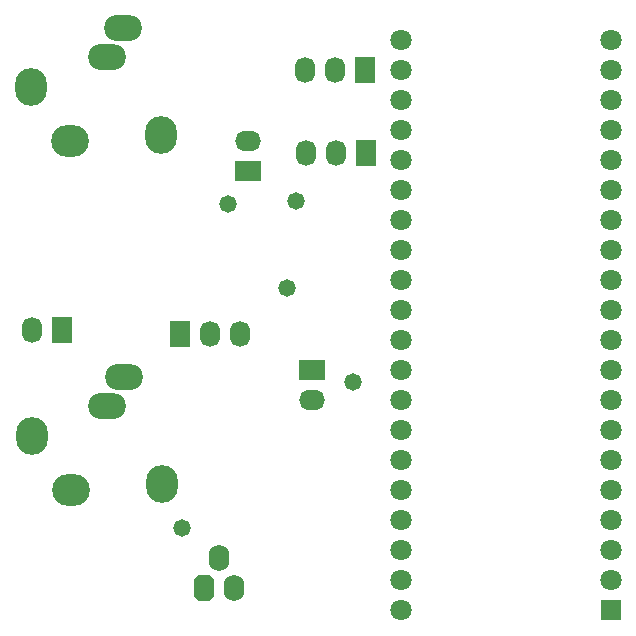
<source format=gbr>
%TF.GenerationSoftware,Altium Limited,Altium Designer,25.8.1 (18)*%
G04 Layer_Color=16711935*
%FSLAX45Y45*%
%MOMM*%
%TF.SameCoordinates,EFCC0B50-9DCE-48EA-B2C5-4199F32896F4*%
%TF.FilePolarity,Negative*%
%TF.FileFunction,Soldermask,Bot*%
%TF.Part,Single*%
G01*
G75*
%TA.AperFunction,ComponentPad*%
%ADD33R,2.20320X1.70320*%
%ADD34O,2.20320X1.70320*%
%ADD35C,1.80320*%
%ADD36R,1.80320X1.80320*%
%ADD37O,2.70320X3.20320*%
%ADD38O,1.70320X2.20320*%
%ADD39O,3.20320X2.70320*%
%ADD40O,3.20320X2.20320*%
%ADD41O,1.72720X2.23520*%
G04:AMPARAMS|DCode=42|XSize=1.7272mm|YSize=2.2352mm|CornerRadius=0mm|HoleSize=0mm|Usage=FLASHONLY|Rotation=0.000|XOffset=0mm|YOffset=0mm|HoleType=Round|Shape=Octagon|*
%AMOCTAGOND42*
4,1,8,-0.43180,1.11760,0.43180,1.11760,0.86360,0.68580,0.86360,-0.68580,0.43180,-1.11760,-0.43180,-1.11760,-0.86360,-0.68580,-0.86360,0.68580,-0.43180,1.11760,0.0*
%
%ADD42OCTAGOND42*%

%ADD43R,1.70320X2.20320*%
%TA.AperFunction,ViaPad*%
%ADD44C,1.47320*%
D33*
X5168900Y9639300D02*
D03*
X4622800Y11328400D02*
D03*
D34*
X5168900Y9385300D02*
D03*
X4622800Y11582400D02*
D03*
D35*
X5918200Y12433300D02*
D03*
Y12179300D02*
D03*
Y11671300D02*
D03*
Y11417300D02*
D03*
Y11163300D02*
D03*
Y10909300D02*
D03*
Y10401300D02*
D03*
Y10147300D02*
D03*
Y9893300D02*
D03*
Y9639300D02*
D03*
Y9131300D02*
D03*
Y8877300D02*
D03*
Y8623300D02*
D03*
Y8369300D02*
D03*
Y7861300D02*
D03*
X7696200Y12433300D02*
D03*
Y12179300D02*
D03*
Y11671300D02*
D03*
Y11417300D02*
D03*
Y11163300D02*
D03*
Y10909300D02*
D03*
Y10401300D02*
D03*
Y10147300D02*
D03*
Y9893300D02*
D03*
Y9639300D02*
D03*
Y9131300D02*
D03*
Y8877300D02*
D03*
Y8623300D02*
D03*
Y8369300D02*
D03*
Y7861300D02*
D03*
X5918200Y7607300D02*
D03*
X7696200Y11925300D02*
D03*
Y8115300D02*
D03*
Y10655300D02*
D03*
Y9385300D02*
D03*
X5918200Y11925300D02*
D03*
Y10655300D02*
D03*
Y9385300D02*
D03*
Y8115300D02*
D03*
D36*
X7696200Y7607300D02*
D03*
D37*
X2794200Y9078300D02*
D03*
X2789000Y12033600D02*
D03*
X3889000Y11633600D02*
D03*
X3894200Y8678300D02*
D03*
D38*
X2794000Y9982200D02*
D03*
X5118100Y11480800D02*
D03*
X5105400Y12179300D02*
D03*
X5372100Y11480800D02*
D03*
X5359400Y12179300D02*
D03*
X4559300Y9944100D02*
D03*
X4305300D02*
D03*
D39*
X3119000Y11578600D02*
D03*
X3124200Y8623300D02*
D03*
D40*
X3429000Y12293600D02*
D03*
X3569000Y12538600D02*
D03*
X3434200Y9338300D02*
D03*
X3574200Y9583300D02*
D03*
D41*
X4508500Y7797800D02*
D03*
X4381500Y8051800D02*
D03*
D42*
X4254500Y7797800D02*
D03*
D43*
X5613400Y12179300D02*
D03*
X3048000Y9982200D02*
D03*
X5626100Y11480800D02*
D03*
X4051300Y9944100D02*
D03*
D44*
X4953000Y10337800D02*
D03*
X5029200Y11074400D02*
D03*
X4064000Y8305800D02*
D03*
X4457700Y11049000D02*
D03*
X5518300Y9537700D02*
D03*
%TF.MD5,34b2cf8e1d7d4af31aaa07e80bd653d8*%
M02*

</source>
